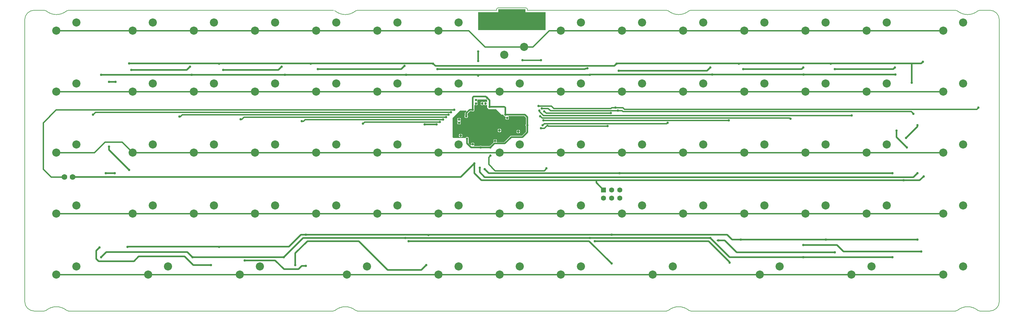
<source format=gtl>
G04*
G04 #@! TF.GenerationSoftware,Altium Limited,Altium Designer,20.2.6 (244)*
G04*
G04 Layer_Physical_Order=1*
G04 Layer_Color=255*
%FSLAX43Y43*%
%MOMM*%
G71*
G04*
G04 #@! TF.SameCoordinates,294D72A7-43AD-4301-861A-B934F3A2DEB8*
G04*
G04*
G04 #@! TF.FilePolarity,Positive*
G04*
G01*
G75*
%ADD10C,0.200*%
%ADD11C,0.013*%
%ADD20C,0.500*%
%ADD21C,0.400*%
%ADD22C,0.250*%
%ADD23R,21.000X5.600*%
%ADD24R,8.500X6.000*%
%ADD25R,5.000X5.000*%
%ADD26R,1.600X1.600*%
%ADD27C,1.600*%
%ADD28O,1.700X2.400*%
%ADD29C,2.540*%
%ADD30C,1.778*%
%ADD31C,0.750*%
%ADD32C,0.700*%
G36*
X-7802Y-19025D02*
X-7750Y-19077D01*
Y-19752D01*
X-7877Y-19808D01*
X-8026Y-19708D01*
X-8150Y-19684D01*
Y-20250D01*
Y-20816D01*
X-8026Y-20792D01*
X-7877Y-20692D01*
X-7750Y-20748D01*
Y-21500D01*
X-7250Y-22000D01*
X-5000D01*
X-3250Y-23750D01*
X-2625D01*
X-2584Y-23955D01*
X-2468Y-24128D01*
X-2294Y-24245D01*
X-2089Y-24285D01*
X-2025Y-24273D01*
X-1949Y-24387D01*
X-2042Y-24526D01*
X-2066Y-24650D01*
X-934D01*
X-958Y-24526D01*
X-1085Y-24335D01*
X-1161Y-24285D01*
X-1123Y-24158D01*
X3831D01*
X4342Y-24669D01*
Y-26665D01*
X4255Y-26795D01*
X4215Y-27000D01*
X4255Y-27205D01*
X4342Y-27335D01*
Y-29081D01*
X3081Y-30342D01*
X-250D01*
X-250Y-30342D01*
X-406Y-30373D01*
X-538Y-30462D01*
X-538Y-30462D01*
X-2419Y-32342D01*
X-4669D01*
X-4729Y-32230D01*
X-4708Y-32199D01*
X-4684Y-32075D01*
X-5816D01*
X-5792Y-32199D01*
X-5669Y-32382D01*
X-5788Y-32462D01*
X-5788Y-32462D01*
X-6802Y-33475D01*
X-6955Y-33505D01*
X-7085Y-33592D01*
X-9415D01*
X-9545Y-33505D01*
X-9750Y-33465D01*
X-9955Y-33505D01*
X-10085Y-33592D01*
X-11873D01*
X-11911Y-33465D01*
X-11835Y-33415D01*
X-11708Y-33224D01*
X-11684Y-33100D01*
X-12816D01*
X-12797Y-33196D01*
X-12893Y-33267D01*
X-12902Y-33271D01*
X-13500Y-32673D01*
Y-31427D01*
X-13465Y-31250D01*
X-13505Y-31045D01*
X-13622Y-30872D01*
X-13795Y-30755D01*
X-14000Y-30715D01*
X-14205Y-30755D01*
X-14378Y-30872D01*
X-14464Y-31000D01*
X-18250D01*
X-18500Y-30750D01*
Y-24750D01*
X-16250Y-22500D01*
X-14243D01*
X-14194Y-22617D01*
X-14538Y-22962D01*
X-14627Y-23094D01*
X-14658Y-23250D01*
X-14658Y-23250D01*
Y-23915D01*
X-14745Y-24045D01*
X-14785Y-24250D01*
X-14745Y-24455D01*
X-14628Y-24628D01*
X-14455Y-24745D01*
X-14250Y-24785D01*
X-14045Y-24745D01*
X-13872Y-24628D01*
X-13755Y-24455D01*
X-13715Y-24250D01*
X-13755Y-24045D01*
X-13842Y-23915D01*
Y-23419D01*
X-13024Y-22601D01*
X-12599D01*
X-12426Y-22716D01*
X-12221Y-22757D01*
X-12017Y-22716D01*
X-11843Y-22600D01*
X-11776Y-22500D01*
X-11750D01*
Y-22461D01*
X-11727Y-22426D01*
X-11686Y-22221D01*
X-11727Y-22017D01*
X-11750Y-21982D01*
X-11750Y-20748D01*
X-11623Y-20692D01*
X-11474Y-20792D01*
X-11350Y-20816D01*
Y-20250D01*
X-11250D01*
Y-20150D01*
X-10684D01*
X-10708Y-20026D01*
X-10835Y-19835D01*
X-10909Y-19787D01*
Y-19660D01*
X-10835Y-19611D01*
X-10708Y-19420D01*
X-10684Y-19296D01*
X-11250D01*
Y-19096D01*
X-10682D01*
X-10603Y-19000D01*
X-7927D01*
X-7802Y-19025D01*
D02*
G37*
%LPC*%
G36*
X-8350Y-19684D02*
X-8474Y-19708D01*
X-8665Y-19835D01*
X-8686Y-19868D01*
X-8814D01*
X-8835Y-19835D01*
X-9026Y-19708D01*
X-9150Y-19684D01*
Y-20250D01*
Y-20816D01*
X-9026Y-20792D01*
X-8835Y-20665D01*
X-8814Y-20632D01*
X-8686D01*
X-8665Y-20665D01*
X-8474Y-20792D01*
X-8350Y-20816D01*
Y-20250D01*
Y-19684D01*
D02*
G37*
G36*
X-9350D02*
X-9474Y-19708D01*
X-9665Y-19835D01*
X-9792Y-20026D01*
X-9816Y-20150D01*
X-9350D01*
Y-19684D01*
D02*
G37*
G36*
Y-20350D02*
X-9816D01*
X-9792Y-20474D01*
X-9665Y-20665D01*
X-9474Y-20792D01*
X-9350Y-20816D01*
Y-20350D01*
D02*
G37*
G36*
X-10684D02*
X-11150D01*
Y-20816D01*
X-11026Y-20792D01*
X-10835Y-20665D01*
X-10708Y-20474D01*
X-10684Y-20350D01*
D02*
G37*
G36*
X-16400Y-24684D02*
Y-25150D01*
X-15934D01*
X-15958Y-25026D01*
X-16085Y-24835D01*
X-16276Y-24708D01*
X-16400Y-24684D01*
D02*
G37*
G36*
X-16600D02*
X-16724Y-24708D01*
X-16915Y-24835D01*
X-17042Y-25026D01*
X-17066Y-25150D01*
X-16600D01*
Y-24684D01*
D02*
G37*
G36*
X-934Y-24850D02*
X-1400D01*
Y-25316D01*
X-1276Y-25292D01*
X-1085Y-25165D01*
X-958Y-24974D01*
X-934Y-24850D01*
D02*
G37*
G36*
X-1600D02*
X-2066D01*
X-2042Y-24974D01*
X-1915Y-25165D01*
X-1724Y-25292D01*
X-1600Y-25316D01*
Y-24850D01*
D02*
G37*
G36*
X-7450Y-25809D02*
X-7565Y-25832D01*
X-7747Y-25953D01*
X-7825Y-26071D01*
X-7975D01*
X-8053Y-25953D01*
X-8235Y-25832D01*
X-8350Y-25809D01*
Y-26350D01*
X-8550D01*
Y-25809D01*
X-8665Y-25832D01*
X-8847Y-25953D01*
X-8925Y-26071D01*
X-9075D01*
X-9153Y-25953D01*
X-9335Y-25832D01*
X-9450Y-25809D01*
Y-26350D01*
X-9650D01*
Y-25809D01*
X-9765Y-25832D01*
X-9947Y-25953D01*
X-10025Y-26071D01*
X-10175D01*
X-10253Y-25953D01*
X-10435Y-25832D01*
X-10550Y-25809D01*
Y-26350D01*
X-10650D01*
Y-26450D01*
X-11191D01*
X-11168Y-26565D01*
X-11047Y-26747D01*
X-10929Y-26825D01*
Y-26975D01*
X-11047Y-27053D01*
X-11168Y-27235D01*
X-11191Y-27350D01*
X-10650D01*
Y-27550D01*
X-11191D01*
X-11168Y-27665D01*
X-11047Y-27847D01*
X-10929Y-27925D01*
Y-28075D01*
X-11047Y-28153D01*
X-11168Y-28335D01*
X-11191Y-28450D01*
X-10650D01*
Y-28650D01*
X-11191D01*
X-11168Y-28765D01*
X-11047Y-28947D01*
X-10929Y-29025D01*
Y-29175D01*
X-11047Y-29253D01*
X-11168Y-29435D01*
X-11191Y-29550D01*
X-10650D01*
Y-29650D01*
X-10550D01*
Y-30191D01*
X-10435Y-30168D01*
X-10253Y-30047D01*
X-10175Y-29929D01*
X-10025D01*
X-9947Y-30047D01*
X-9765Y-30168D01*
X-9650Y-30191D01*
Y-29650D01*
X-9450D01*
Y-30191D01*
X-9335Y-30168D01*
X-9153Y-30047D01*
X-9075Y-29929D01*
X-8925D01*
X-8847Y-30047D01*
X-8665Y-30168D01*
X-8550Y-30191D01*
Y-29650D01*
X-8350D01*
Y-30191D01*
X-8235Y-30168D01*
X-8053Y-30047D01*
X-7975Y-29929D01*
X-7825D01*
X-7747Y-30047D01*
X-7565Y-30168D01*
X-7450Y-30191D01*
Y-29650D01*
X-7350D01*
Y-29550D01*
X-6809D01*
X-6832Y-29435D01*
X-6953Y-29253D01*
X-7071Y-29175D01*
Y-29025D01*
X-6953Y-28947D01*
X-6832Y-28765D01*
X-6809Y-28650D01*
X-7350D01*
Y-28450D01*
X-6809D01*
X-6832Y-28335D01*
X-6953Y-28153D01*
X-7071Y-28075D01*
Y-27925D01*
X-6953Y-27847D01*
X-6832Y-27665D01*
X-6809Y-27550D01*
X-7350D01*
Y-27350D01*
X-6809D01*
X-6832Y-27235D01*
X-6953Y-27053D01*
X-7071Y-26975D01*
Y-26825D01*
X-6953Y-26747D01*
X-6832Y-26565D01*
X-6809Y-26450D01*
X-7350D01*
Y-26350D01*
X-7450D01*
Y-25809D01*
D02*
G37*
G36*
X-15934Y-25350D02*
X-17066D01*
X-17042Y-25474D01*
X-16915Y-25665D01*
X-16882Y-25687D01*
Y-25813D01*
X-16915Y-25835D01*
X-17042Y-26026D01*
X-17066Y-26150D01*
X-15934D01*
X-15958Y-26026D01*
X-16085Y-25835D01*
X-16118Y-25813D01*
Y-25687D01*
X-16085Y-25665D01*
X-15958Y-25474D01*
X-15934Y-25350D01*
D02*
G37*
G36*
X-7250Y-25809D02*
Y-26250D01*
X-6809D01*
X-6832Y-26135D01*
X-6953Y-25953D01*
X-7135Y-25832D01*
X-7250Y-25809D01*
D02*
G37*
G36*
X-10750D02*
X-10865Y-25832D01*
X-11047Y-25953D01*
X-11168Y-26135D01*
X-11191Y-26250D01*
X-10750D01*
Y-25809D01*
D02*
G37*
G36*
X-15934Y-26350D02*
X-16400D01*
Y-26816D01*
X-16276Y-26792D01*
X-16085Y-26665D01*
X-15958Y-26474D01*
X-15934Y-26350D01*
D02*
G37*
G36*
X-16600D02*
X-17066D01*
X-17042Y-26474D01*
X-16915Y-26665D01*
X-16724Y-26792D01*
X-16600Y-26816D01*
Y-26350D01*
D02*
G37*
G36*
X-3815Y-28099D02*
Y-28565D01*
X-3349D01*
X-3374Y-28441D01*
X-3501Y-28251D01*
X-3691Y-28124D01*
X-3815Y-28099D01*
D02*
G37*
G36*
X-4015D02*
X-4140Y-28124D01*
X-4330Y-28251D01*
X-4457Y-28441D01*
X-4482Y-28565D01*
X-4015D01*
Y-28099D01*
D02*
G37*
G36*
X2042Y-28434D02*
Y-28900D01*
X2509D01*
X2484Y-28776D01*
X2357Y-28585D01*
X2167Y-28458D01*
X2042Y-28434D01*
D02*
G37*
G36*
X1842D02*
X1718Y-28458D01*
X1528Y-28585D01*
X1401Y-28776D01*
X1376Y-28900D01*
X1842D01*
Y-28434D01*
D02*
G37*
G36*
X-3349Y-28765D02*
X-3815D01*
Y-29232D01*
X-3691Y-29207D01*
X-3501Y-29080D01*
X-3374Y-28890D01*
X-3349Y-28765D01*
D02*
G37*
G36*
X-4015D02*
X-4482D01*
X-4457Y-28890D01*
X-4330Y-29080D01*
X-4140Y-29207D01*
X-4015Y-29232D01*
Y-28765D01*
D02*
G37*
G36*
X2509Y-29100D02*
X2042D01*
Y-29566D01*
X2167Y-29542D01*
X2357Y-29415D01*
X2484Y-29224D01*
X2509Y-29100D01*
D02*
G37*
G36*
X1842D02*
X1376D01*
X1401Y-29224D01*
X1528Y-29415D01*
X1718Y-29542D01*
X1842Y-29566D01*
Y-29100D01*
D02*
G37*
G36*
X-15900Y-29684D02*
Y-30150D01*
X-15434D01*
X-15458Y-30026D01*
X-15585Y-29835D01*
X-15776Y-29708D01*
X-15900Y-29684D01*
D02*
G37*
G36*
X-16100D02*
X-16224Y-29708D01*
X-16415Y-29835D01*
X-16542Y-30026D01*
X-16566Y-30150D01*
X-16100D01*
Y-29684D01*
D02*
G37*
G36*
X-6809Y-29750D02*
X-7250D01*
Y-30191D01*
X-7135Y-30168D01*
X-6953Y-30047D01*
X-6832Y-29865D01*
X-6809Y-29750D01*
D02*
G37*
G36*
X-10750D02*
X-11191D01*
X-11168Y-29865D01*
X-11047Y-30047D01*
X-10865Y-30168D01*
X-10750Y-30191D01*
Y-29750D01*
D02*
G37*
G36*
X-15434Y-30350D02*
X-15900D01*
Y-30816D01*
X-15776Y-30792D01*
X-15585Y-30665D01*
X-15458Y-30474D01*
X-15434Y-30350D01*
D02*
G37*
G36*
X-16100D02*
X-16566D01*
X-16542Y-30474D01*
X-16415Y-30665D01*
X-16224Y-30792D01*
X-16100Y-30816D01*
Y-30350D01*
D02*
G37*
G36*
X-5150Y-31409D02*
Y-31875D01*
X-4684D01*
X-4708Y-31751D01*
X-4835Y-31560D01*
X-5026Y-31433D01*
X-5150Y-31409D01*
D02*
G37*
G36*
X-5350D02*
X-5474Y-31433D01*
X-5665Y-31560D01*
X-5792Y-31751D01*
X-5816Y-31875D01*
X-5350D01*
Y-31409D01*
D02*
G37*
G36*
X-12150Y-32434D02*
Y-32900D01*
X-11684D01*
X-11708Y-32776D01*
X-11835Y-32585D01*
X-12026Y-32458D01*
X-12150Y-32434D01*
D02*
G37*
G36*
X-12350D02*
X-12474Y-32458D01*
X-12665Y-32585D01*
X-12792Y-32776D01*
X-12816Y-32900D01*
X-12350D01*
Y-32434D01*
D02*
G37*
%LPD*%
D10*
X151775Y5900D02*
G03*
X148775Y8900I-3000J0D01*
G01*
Y-85098D02*
G03*
X151775Y-82098I0J3000D01*
G01*
X145083Y-84870D02*
G03*
X145718Y-85098I636J772D01*
G01*
X145083Y-84870D02*
G03*
X138727Y-84870I-3178J-3860D01*
G01*
X138092Y-85098D02*
G03*
X138727Y-84870I0J1000D01*
G01*
X55083D02*
G03*
X55718Y-85098I636J772D01*
G01*
X55083Y-84870D02*
G03*
X48727Y-84870I-3178J-3860D01*
G01*
X48092Y-85098D02*
G03*
X48727Y-84870I0J1000D01*
G01*
X-48727D02*
G03*
X-48092Y-85098I636J772D01*
G01*
X-48727Y-84870D02*
G03*
X-55083Y-84870I-3178J-3860D01*
G01*
X-55718Y-85098D02*
G03*
X-55083Y-84870I0J1000D01*
G01*
X-138727D02*
G03*
X-138092Y-85098I636J772D01*
G01*
X-138727Y-84870D02*
G03*
X-145083Y-84870I-3178J-3860D01*
G01*
X-145718Y-85098D02*
G03*
X-145083Y-84870I0J1000D01*
G01*
X-151775Y-82098D02*
G03*
X-148775Y-85098I3000J0D01*
G01*
Y8900D02*
G03*
X-151775Y5900I0J-3000D01*
G01*
X-145085Y8672D02*
G03*
X-145721Y8900I-636J-772D01*
G01*
X-145085Y8672D02*
G03*
X-138725Y8672I3180J3858D01*
G01*
X-138089Y8900D02*
G03*
X-138725Y8672I0J-1000D01*
G01*
X-55085D02*
G03*
X-48725Y8672I3180J3858D01*
G01*
X-48089Y8900D02*
G03*
X-48725Y8672I0J-1000D01*
G01*
X48725D02*
G03*
X48089Y8900I-636J-772D01*
G01*
X48725Y8672D02*
G03*
X55085Y8672I3180J3858D01*
G01*
X55721Y8900D02*
G03*
X55085Y8672I0J-1000D01*
G01*
X138725D02*
G03*
X138089Y8900I-636J-772D01*
G01*
X138725Y8672D02*
G03*
X145085Y8672I3180J3858D01*
G01*
X145721Y8900D02*
G03*
X145085Y8672I0J-1000D01*
G01*
X-4325Y9620D02*
G03*
X-4825Y9120I0J-500D01*
G01*
X4825Y9120D02*
G03*
X4325Y9620I-500J0D01*
G01*
X4825Y8900D02*
Y9120D01*
X151775Y-82098D02*
Y5900D01*
X145718Y-85098D02*
X148775D01*
X-151775Y-82098D02*
Y5900D01*
X-148775Y8900D02*
X-145721D01*
X-4825D02*
Y9120D01*
X-4325Y9620D02*
X4325D01*
X4825Y8900D02*
X48089D01*
X-48092Y-85098D02*
X48092D01*
X-138092D02*
X-55718D01*
X-148775D02*
X-145718D01*
X55718D02*
X138092D01*
X-48089Y8900D02*
X-4825D01*
X-138089D02*
X-55721D01*
X145721D02*
X148775D01*
X55721D02*
X138089D01*
D11*
X-55085Y8672D02*
G03*
X-55721Y8900I-636J-772D01*
G01*
D20*
X-10500Y-7000D02*
Y-4000D01*
X-33000Y-11250D02*
X24250D01*
X-70750D02*
X-33000D01*
X-119250Y-7750D02*
X-24562D01*
X22927Y-9323D02*
X23452D01*
X22750Y-9500D02*
X22927Y-9323D01*
X-24562Y-7812D02*
X-23875Y-8500D01*
X31900D02*
X32588Y-7812D01*
Y-7750D02*
X124500D01*
X-23875Y-8500D02*
X31900D01*
X23452Y-9323D02*
X23500Y-9275D01*
X33500Y-42000D02*
X118500D01*
X-7250D02*
X33500D01*
X-9500Y-44250D02*
X26250D01*
Y-45020D02*
X28460Y-47230D01*
X26250Y-45020D02*
Y-44250D01*
X122000D01*
X-11957Y-18100D02*
X-8168D01*
X-12250Y-22193D02*
Y-18393D01*
X-11957Y-18100D01*
X-9750Y-34000D02*
X-6750D01*
X-12750D02*
X-9750D01*
X-7768Y-18500D02*
X-7750D01*
X-8168Y-18100D02*
X-7768Y-18500D01*
X-11750Y-42000D02*
X-9500Y-44250D01*
X-11750Y-42000D02*
Y-39000D01*
X-15930Y-43180D02*
X-11750Y-39000D01*
X-10048Y-41702D02*
X-8500Y-43250D01*
X-10048Y-41702D02*
Y-40298D01*
X-8500Y-40750D02*
X-7250Y-42000D01*
X-8500Y-40750D02*
X-8500D01*
X-13193Y-22193D02*
X-12250D01*
X-14250Y-23250D02*
X-13193Y-22193D01*
X-14250Y-24250D02*
Y-23250D01*
X-14000Y-32750D02*
Y-31250D01*
Y-32750D02*
X-12750Y-34000D01*
X-6750D02*
X-5500Y-32750D01*
X-2250D01*
X-250Y-30750D01*
X3250D01*
X4750Y-29250D02*
Y-27000D01*
X3250Y-30750D02*
X4750Y-29250D01*
Y-27000D02*
Y-24500D01*
X4000Y-23750D02*
X4750Y-24500D01*
X-2089Y-23750D02*
X4000D01*
X-7000Y-21250D02*
X-2382D01*
X-2089Y-23750D02*
Y-21543D01*
X-2382Y-21250D02*
X-2089Y-21543D01*
X-7750Y-18500D02*
X-7000Y-19250D01*
Y-21250D02*
Y-19250D01*
X68512Y-62763D02*
X126262D01*
X122000Y-44250D02*
X127000D01*
X-64250Y-61250D02*
X67000D01*
X-119762Y-65000D02*
X-69500D01*
X90825Y-11175D02*
X119425D01*
X62325D02*
X90825D01*
X-125500Y-13500D02*
X-123500D01*
X-126493Y-42007D02*
X-123750D01*
X-126500Y-42000D02*
X-126493Y-42007D01*
X-129500Y-68750D02*
X-128750Y-69500D01*
X-129500Y-68750D02*
Y-66250D01*
X-128750Y-69500D02*
X-117750D01*
X-116250Y-68000D01*
X-129500Y-66250D02*
X-128500Y-65250D01*
X-128000Y-68250D02*
X-126382Y-66632D01*
X-101118D01*
X-99500Y-68250D01*
X-116250Y-68000D02*
X-102000D01*
X-65475Y-70975D02*
X-64225D01*
X-66500Y-72000D02*
X-65475Y-70975D01*
X124500Y-7750D02*
X127500D01*
X124500Y-13750D02*
Y-7750D01*
X124500Y-7750D01*
X-27232Y-26750D02*
X-23500D01*
X-27250Y-26768D02*
X-27232Y-26750D01*
X127000Y-44250D02*
X128250Y-43000D01*
X-8500Y-43250D02*
X125000D01*
X126262Y-41987D01*
X-33525Y-8525D02*
X-33500D01*
X-34500Y-9500D02*
X-33525Y-8525D01*
X127500Y-7750D02*
X128000Y-7250D01*
X-101325Y-9750D02*
X-100325Y-8750D01*
X-118575Y-9750D02*
X-101325D01*
X-72750D02*
X-71750Y-8750D01*
X-90000Y-9750D02*
X-72750D01*
X-60500Y-9500D02*
X-34500D01*
X-23250D02*
X22750D01*
X-99750Y-11250D02*
X-70750D01*
X-128000D02*
X-99750D01*
X33250Y-10000D02*
X60750D01*
X61750Y-9000D01*
X90250Y-9500D02*
X90750Y-9000D01*
X72000Y-9500D02*
X90250D01*
X100500D02*
X118750D01*
X119250Y-9000D01*
X-136842Y-43180D02*
X-15930D01*
X-73750Y-69250D02*
X-71000Y-72000D01*
X-83250Y-69250D02*
X-73750D01*
X-71000Y-72000D02*
X-66500D01*
X-67500Y-70750D02*
Y-67000D01*
X-102000Y-68000D02*
X-99250Y-70750D01*
X-93750D01*
X-99500Y-68250D02*
X-71044D01*
X-63750Y-63250D02*
X-47750D01*
X-67500Y-67000D02*
X-63750Y-63250D01*
X-47750D02*
X-38750Y-72250D01*
X-28250D02*
X-26750Y-70750D01*
X-38750Y-72250D02*
X-28250D01*
X-32250Y-63250D02*
X24025D01*
X31013Y-70238D01*
X61250Y-63250D02*
X67702Y-69702D01*
X25750Y-63250D02*
X61250D01*
X67702Y-69952D02*
X67750Y-70000D01*
X67702Y-69952D02*
Y-69702D01*
X67750Y-68250D02*
X90750D01*
X61750Y-62250D02*
X67750Y-68250D01*
X90750D02*
X118500D01*
X64294Y-63000D02*
X66250D01*
X64000D02*
X64294D01*
X67000Y-61250D02*
X68512Y-62763D01*
X24250Y-62250D02*
X61750D01*
X70000Y-66750D02*
X100500D01*
X66250Y-63000D02*
X70000Y-66750D01*
X90750Y-64500D02*
X101250D01*
X103250Y-66500D02*
X127500D01*
X101250Y-64500D02*
X103250Y-66500D01*
X119750Y-30750D02*
X123000Y-34000D01*
X119750Y-30750D02*
Y-28750D01*
X122750Y-31000D02*
X126250Y-27500D01*
Y-27000D01*
X-65750Y-61250D02*
X-64250D01*
X-69500Y-65000D02*
X-65750Y-61250D01*
X-33250Y-62250D02*
X24250D01*
X24325Y-11175D02*
X62325D01*
X-65044Y-62250D02*
X-33250D01*
X-71044Y-68250D02*
X-65044Y-62250D01*
X-125500Y-34750D02*
X-119250Y-41000D01*
X-125500Y-34750D02*
Y-33750D01*
D21*
X32250Y-21500D02*
X34500D01*
X31000D02*
X32250D01*
X30750Y-21750D02*
X31000Y-21500D01*
X34500D02*
X35000Y-22000D01*
X32655Y-22500D02*
X33000D01*
X34250D01*
X12000D02*
X32655D01*
X34250D02*
X34500Y-22750D01*
X11250Y-21750D02*
X12000Y-22500D01*
X10635Y-23250D02*
X30750D01*
X12250Y-21000D02*
X13000Y-21750D01*
X30750D01*
X9750Y-24000D02*
X105750D01*
X8567Y-22817D02*
X9750Y-24000D01*
X10385Y-23000D02*
X10635Y-23250D01*
X9775Y-25500D02*
X67500D01*
X9750Y-25475D02*
X9775Y-25500D01*
X48405Y-26250D02*
X48500D01*
X48155Y-26500D02*
X48405Y-26250D01*
X10000Y-26500D02*
X48155D01*
X86655Y-25000D02*
X86750D01*
X9345Y-24750D02*
X86405D01*
X8845Y-24250D02*
X9345Y-24750D01*
X86405D02*
X86655Y-25000D01*
X9500Y-27000D02*
X10000Y-26500D01*
X11050Y-27050D02*
X11250Y-27250D01*
X10000Y-28000D02*
X10950Y-27050D01*
X11050D01*
X11250Y-27250D02*
X29750D01*
X8567Y-22817D02*
Y-22567D01*
X8500Y-22500D02*
X8567Y-22567D01*
X8750Y-24250D02*
X8845D01*
X9250Y-21750D02*
X11250D01*
X8250Y-21000D02*
X12250D01*
X34500Y-22750D02*
X124306D01*
X35000Y-22000D02*
X144750D01*
X-7250Y-36992D02*
X-6758Y-36500D01*
X-7250Y-39258D02*
Y-36992D01*
X-6758Y-36500D02*
Y-36500D01*
X-7250Y-39258D02*
X-5258Y-41250D01*
X10000D01*
X10750Y-40500D01*
X124306Y-22750D02*
X125025Y-23469D01*
X125025D01*
X3250Y-6750D02*
X9000D01*
X-103575Y-24324D02*
X-103324D01*
X-102750Y-23750D01*
X-84525Y-25208D02*
X-84208D01*
X-83500Y-24500D01*
X-65475Y-25732D02*
X-64982D01*
X-64500Y-25250D01*
X-46425Y-26525D02*
X-46425D01*
X-45900Y-26000D02*
X-22500D01*
X-46425Y-26525D02*
X-45900Y-26000D01*
X9000Y-28000D02*
X10000D01*
X-64500Y-25250D02*
X-21500D01*
X-83500Y-24500D02*
X-20500D01*
X-142000Y-22250D02*
X-18000D01*
X-41910Y-35560D02*
X-22860D01*
X-3810D01*
X15240D01*
X-60960D02*
X-41910D01*
X144750Y-22000D02*
X145250Y-21500D01*
X-141923Y-35560D02*
X-130060D01*
X-121420Y-32250D02*
X-118110Y-35560D01*
X-126750Y-32250D02*
X-121420D01*
X-130060Y-35560D02*
X-126750Y-32250D01*
X-102750Y-23750D02*
X-19750D01*
X-130500Y-23733D02*
X-129767Y-23000D01*
X-19000D01*
X-143570Y-43180D02*
X-139383D01*
X-146000Y-40750D02*
X-143570Y-43180D01*
X-146000Y-40750D02*
Y-26250D01*
X-142000Y-22250D01*
X105728Y-73660D02*
X134303D01*
X77152D02*
X105728D01*
X43815D02*
X77152D01*
X15240D02*
X43815D01*
X-3810D02*
X15240D01*
X-22860D02*
X-3810D01*
X-51435D02*
X-22860D01*
X-84772D02*
X-51435D01*
X-113348D02*
X-84772D01*
X-141923D02*
X-113348D01*
X110490Y-54610D02*
X134303D01*
X91440D02*
X110490D01*
X72390D02*
X91440D01*
X53340D02*
X72390D01*
X34290D02*
X53340D01*
X15240D02*
X34290D01*
X-3810D02*
X15240D01*
X-22860D02*
X-3810D01*
X-41910D02*
X-22860D01*
X-60960D02*
X-41910D01*
X-80010D02*
X-60960D01*
X-99060D02*
X-80010D01*
X-118110D02*
X-99060D01*
X-141923D02*
X-118110D01*
X110490Y-35560D02*
X134303D01*
X91440D02*
X110490D01*
X72390D02*
X91440D01*
X53340D02*
X72390D01*
X34290D02*
X53340D01*
X15240D02*
X34290D01*
X-80010D02*
X-60960D01*
X-99060D02*
X-80010D01*
X-118110D02*
X-99060D01*
X110490Y-16510D02*
X134303D01*
X91440D02*
X110490D01*
X72390D02*
X91440D01*
X53340D02*
X72390D01*
X34290D02*
X53340D01*
X15240D02*
X34290D01*
X-3810D02*
X15240D01*
X-22860D02*
X-3810D01*
X-41910D02*
X-22860D01*
X-60960D02*
X-41910D01*
X-80010D02*
X-60960D01*
X-99060D02*
X-80010D01*
X-118110D02*
X-99060D01*
X-141923D02*
X-118110D01*
X-41910Y2540D02*
X-22860D01*
X-60960D02*
X-41910D01*
X-80010D02*
X-60960D01*
X-99060D02*
X-80010D01*
X-118110D02*
X-99060D01*
X-141923D02*
X-118110D01*
X-22860D02*
X-22820Y2500D01*
X-13500D01*
X-8460Y-2540D02*
X3810D01*
X-13500Y2500D02*
X-8460Y-2540D01*
X3810D02*
X6460D01*
X11540Y2540D02*
X15240D01*
X6460Y-2540D02*
X11540Y2540D01*
X53340D02*
X72390D01*
X34290D02*
X53340D01*
X15240D02*
X34290D01*
X72390D02*
X91440D01*
X110490D01*
X134303D01*
D22*
X10000Y-22750D02*
X10135D01*
X10385Y-23000D01*
D23*
X0Y5500D02*
D03*
D24*
Y6250D02*
D03*
D25*
X-9250Y-28250D02*
D03*
D26*
X28460Y-47230D02*
D03*
D27*
Y-49770D02*
D03*
X31000Y-47230D02*
D03*
Y-49770D02*
D03*
X33540Y-47230D02*
D03*
Y-49770D02*
D03*
D28*
X-3650Y7200D02*
D03*
X3650D02*
D03*
D29*
X-2419Y-5021D02*
D03*
X3810Y-2540D02*
D03*
X110490Y2540D02*
D03*
X116719Y5021D02*
D03*
Y-14029D02*
D03*
X110490Y-16510D02*
D03*
X-141923Y-35560D02*
D03*
X-135694Y-33079D02*
D03*
X110490Y-35560D02*
D03*
X116719Y-33079D02*
D03*
X134303Y-35560D02*
D03*
X140531Y-33079D02*
D03*
X15240Y-73660D02*
D03*
X21469Y-71179D02*
D03*
X50044D02*
D03*
X43815Y-73660D02*
D03*
X140531Y-71179D02*
D03*
X134303Y-73660D02*
D03*
X140531Y-14029D02*
D03*
X134303Y-16510D02*
D03*
X-51435Y-73660D02*
D03*
X-45206Y-71179D02*
D03*
X-118110Y2540D02*
D03*
X-111881Y5021D02*
D03*
X-92831D02*
D03*
X-99060Y2540D02*
D03*
X-80010D02*
D03*
X-73781Y5021D02*
D03*
X-54731D02*
D03*
X-60960Y2540D02*
D03*
X-41910D02*
D03*
X-35681Y5021D02*
D03*
X-16631D02*
D03*
X-22860Y2540D02*
D03*
X15240D02*
D03*
X21469Y5021D02*
D03*
X40519D02*
D03*
X34290Y2540D02*
D03*
X53340D02*
D03*
X59569Y5021D02*
D03*
X78619D02*
D03*
X72390Y2540D02*
D03*
X91440D02*
D03*
X97669Y5021D02*
D03*
X105728Y-73660D02*
D03*
X111956Y-71179D02*
D03*
X77152Y-73660D02*
D03*
X83381Y-71179D02*
D03*
X2419D02*
D03*
X-3810Y-73660D02*
D03*
X-16631Y-71179D02*
D03*
X-22860Y-73660D02*
D03*
X-84772D02*
D03*
X-78544Y-71179D02*
D03*
X-113348Y-73660D02*
D03*
X-107119Y-71179D02*
D03*
X-141923Y-73660D02*
D03*
X-135694Y-71179D02*
D03*
X-141923Y-54610D02*
D03*
X-135694Y-52129D02*
D03*
X-111881D02*
D03*
X-118110Y-54610D02*
D03*
X-92831Y-52129D02*
D03*
X-99060Y-54610D02*
D03*
X-73781Y-52129D02*
D03*
X-80010Y-54610D02*
D03*
X-54731Y-52129D02*
D03*
X-60960Y-54610D02*
D03*
X-35681Y-52129D02*
D03*
X-41910Y-54610D02*
D03*
X-16631Y-52129D02*
D03*
X-22860Y-54610D02*
D03*
X2419Y-52129D02*
D03*
X-3810Y-54610D02*
D03*
X21469Y-52129D02*
D03*
X15240Y-54610D02*
D03*
X40519Y-52129D02*
D03*
X34290Y-54610D02*
D03*
X59569Y-52129D02*
D03*
X53340Y-54610D02*
D03*
X78619Y-52129D02*
D03*
X72390Y-54610D02*
D03*
X97669Y-52129D02*
D03*
X91440Y-54610D02*
D03*
X116719Y-52129D02*
D03*
X110490Y-54610D02*
D03*
X134303D02*
D03*
X140531Y-52129D02*
D03*
X97669Y-33079D02*
D03*
X91440Y-35560D02*
D03*
X78619Y-33079D02*
D03*
X72390Y-35560D02*
D03*
X59569Y-33079D02*
D03*
X53340Y-35560D02*
D03*
X40519Y-33079D02*
D03*
X34290Y-35560D02*
D03*
X21469Y-33079D02*
D03*
X15240Y-35560D02*
D03*
X2419Y-33079D02*
D03*
X-3810Y-35560D02*
D03*
X-16631Y-33079D02*
D03*
X-22860Y-35560D02*
D03*
X-35681Y-33079D02*
D03*
X-41910Y-35560D02*
D03*
X-54731Y-33079D02*
D03*
X-60960Y-35560D02*
D03*
X-73781Y-33079D02*
D03*
X-80010Y-35560D02*
D03*
X-92831Y-33079D02*
D03*
X-99060Y-35560D02*
D03*
X-111881Y-33079D02*
D03*
X-118110Y-35560D02*
D03*
X-141923Y-16510D02*
D03*
X-135694Y-14029D02*
D03*
X-118110Y-16510D02*
D03*
X-111881Y-14029D02*
D03*
X-99060Y-16510D02*
D03*
X-92831Y-14029D02*
D03*
X-80010Y-16510D02*
D03*
X-73781Y-14029D02*
D03*
X-60960Y-16510D02*
D03*
X-54731Y-14029D02*
D03*
X-41910Y-16510D02*
D03*
X-35681Y-14029D02*
D03*
X-22860Y-16510D02*
D03*
X-16631Y-14029D02*
D03*
X-3810Y-16510D02*
D03*
X2419Y-14029D02*
D03*
X15240Y-16510D02*
D03*
X21469Y-14029D02*
D03*
X34290Y-16510D02*
D03*
X40519Y-14029D02*
D03*
X53340Y-16510D02*
D03*
X59569Y-14029D02*
D03*
X72390Y-16510D02*
D03*
X78619Y-14029D02*
D03*
X91440Y-16510D02*
D03*
X97669Y-14029D02*
D03*
X134303Y2540D02*
D03*
X140531Y5021D02*
D03*
X-141923Y2540D02*
D03*
X-135694Y5021D02*
D03*
D30*
X-136842Y-43180D02*
D03*
X-139383D02*
D03*
D31*
X-10500Y-4000D02*
D03*
Y-7000D02*
D03*
X23500Y-9275D02*
D03*
X-10500Y-11500D02*
D03*
X32250Y-21500D02*
D03*
X33000Y-22500D02*
D03*
X30750Y-23250D02*
D03*
X48500Y-26250D02*
D03*
X9750Y-25475D02*
D03*
X29750Y-27250D02*
D03*
X10000Y-22750D02*
D03*
X8500Y-22500D02*
D03*
X9250Y-21750D02*
D03*
X8250Y-21000D02*
D03*
X33500Y-42000D02*
D03*
X-11250Y-19196D02*
D03*
X-12250Y-33000D02*
D03*
X-11750Y-39000D02*
D03*
X-9750Y-34000D02*
D03*
X-10048Y-40298D02*
D03*
X-8500Y-40750D02*
D03*
X-6758Y-36500D02*
D03*
X-5250Y-31975D02*
D03*
X-6750Y-34000D02*
D03*
X1942Y-29000D02*
D03*
X4750Y-27000D02*
D03*
X-7750Y-18500D02*
D03*
X10750Y-40500D02*
D03*
X-125500Y-13500D02*
D03*
X-123500D02*
D03*
X-123750Y-42007D02*
D03*
X-126500Y-42000D02*
D03*
X-128493Y-65243D02*
D03*
X-128000Y-68250D02*
D03*
X-64225Y-70975D02*
D03*
X122000Y-44250D02*
D03*
X124500Y-13750D02*
D03*
X125025Y-23469D02*
D03*
X9000Y-6750D02*
D03*
X3250D02*
D03*
X-103575Y-24324D02*
D03*
X-84525Y-25208D02*
D03*
X-65475Y-25732D02*
D03*
X-46425Y-26525D02*
D03*
X-2089Y-23750D02*
D03*
X-7000Y-21250D02*
D03*
X-12221Y-22221D02*
D03*
X9000Y-28000D02*
D03*
X9500Y-27000D02*
D03*
X-3915Y-28665D02*
D03*
X8750Y-24250D02*
D03*
X-14250D02*
D03*
X-14000Y-31250D02*
D03*
X-16000Y-30250D02*
D03*
X-23500Y-26750D02*
D03*
X-27250Y-26768D02*
D03*
X-21500Y-25250D02*
D03*
X-20500Y-24500D02*
D03*
X-16500Y-26250D02*
D03*
X-22500Y-26000D02*
D03*
X-18000Y-22250D02*
D03*
X-19750Y-23750D02*
D03*
X-19000Y-23000D02*
D03*
X86750Y-25000D02*
D03*
X118500Y-42000D02*
D03*
X128250Y-43000D02*
D03*
X-91238Y-7812D02*
D03*
X-62662D02*
D03*
X-24562D02*
D03*
X32588D02*
D03*
X99262D02*
D03*
X70688D02*
D03*
X128000Y-7250D02*
D03*
X-33500Y-8525D02*
D03*
X-119250Y-7750D02*
D03*
X-100325Y-8750D02*
D03*
X-71750D02*
D03*
X-118575Y-9750D02*
D03*
X-90000D02*
D03*
X-60500Y-9500D02*
D03*
X-23250D02*
D03*
X-128000Y-11250D02*
D03*
X-99750D02*
D03*
X-70750D02*
D03*
X-33000D02*
D03*
X61750Y-9000D02*
D03*
X33250Y-10000D02*
D03*
X90750Y-9000D02*
D03*
X72000Y-9500D02*
D03*
X100500D02*
D03*
X119250Y-9000D02*
D03*
X126262Y-41987D02*
D03*
X-67500Y-70750D02*
D03*
X-83250Y-69250D02*
D03*
X-91262Y-65012D02*
D03*
X-93750Y-70750D02*
D03*
X-99500Y-68250D02*
D03*
X-26750Y-70750D02*
D03*
X-32250Y-63250D02*
D03*
X31013Y-70238D02*
D03*
X25750Y-63250D02*
D03*
X67750Y-70000D02*
D03*
X64294Y-63000D02*
D03*
X100500Y-66750D02*
D03*
X90750Y-64500D02*
D03*
X127500Y-66500D02*
D03*
X119750Y-28750D02*
D03*
X123000Y-34000D02*
D03*
X126250Y-27000D02*
D03*
X122750Y-31000D02*
D03*
X97750Y-62750D02*
D03*
X71250D02*
D03*
X31013Y-61263D02*
D03*
X-26062Y-61312D02*
D03*
X-64250Y-61250D02*
D03*
X-119762Y-65012D02*
D03*
X61750Y-62250D02*
D03*
X126262Y-62763D02*
D03*
X24250Y-62250D02*
D03*
X90825Y-11175D02*
D03*
X62325D02*
D03*
X24250Y-11250D02*
D03*
X119425Y-11175D02*
D03*
X118500Y-68250D02*
D03*
X90750D02*
D03*
X-33250Y-62250D02*
D03*
X-71044Y-68250D02*
D03*
X-1500Y-24750D02*
D03*
X67500Y-25500D02*
D03*
X105750Y-24000D02*
D03*
X145250Y-21500D02*
D03*
X-119250Y-41000D02*
D03*
X-125500Y-33750D02*
D03*
X-16500Y-25250D02*
D03*
X-130500Y-23733D02*
D03*
X-8250Y-20250D02*
D03*
X-9250D02*
D03*
X-11250D02*
D03*
D32*
X-7350Y-29650D02*
D03*
Y-28550D02*
D03*
Y-27450D02*
D03*
Y-26350D02*
D03*
X-8450Y-29650D02*
D03*
Y-28550D02*
D03*
Y-27450D02*
D03*
Y-26350D02*
D03*
X-9550Y-29650D02*
D03*
Y-28550D02*
D03*
Y-27450D02*
D03*
Y-26350D02*
D03*
X-10650Y-29650D02*
D03*
Y-28550D02*
D03*
Y-27450D02*
D03*
Y-26350D02*
D03*
M02*

</source>
